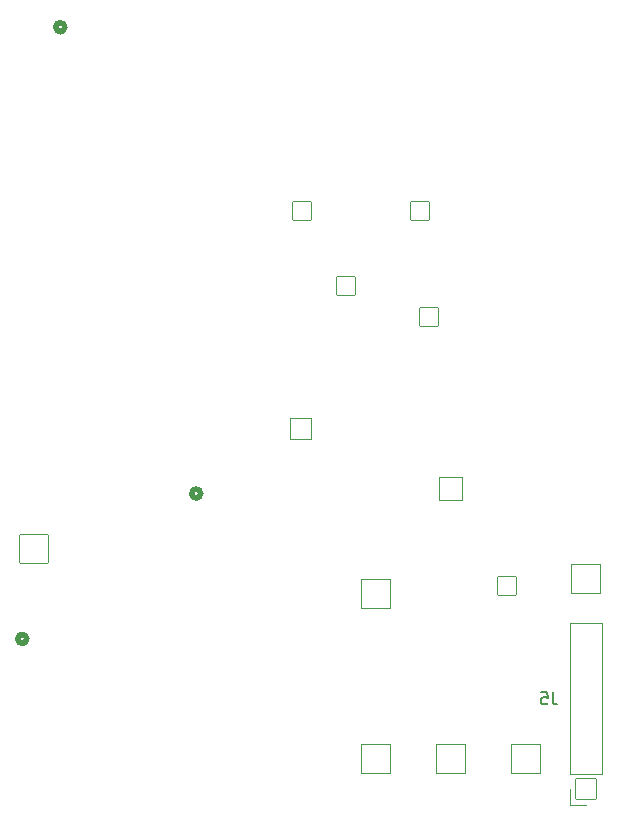
<source format=gbo>
G04 #@! TF.GenerationSoftware,KiCad,Pcbnew,8.0.3*
G04 #@! TF.CreationDate,2024-08-19T01:24:21-04:00*
G04 #@! TF.ProjectId,smoke-detector-interface,736d6f6b-652d-4646-9574-6563746f722d,rev?*
G04 #@! TF.SameCoordinates,Original*
G04 #@! TF.FileFunction,Legend,Bot*
G04 #@! TF.FilePolarity,Positive*
%FSLAX46Y46*%
G04 Gerber Fmt 4.6, Leading zero omitted, Abs format (unit mm)*
G04 Created by KiCad (PCBNEW 8.0.3) date 2024-08-19 01:24:21*
%MOMM*%
%LPD*%
G01*
G04 APERTURE LIST*
G04 Aperture macros list*
%AMRoundRect*
0 Rectangle with rounded corners*
0 $1 Rounding radius*
0 $2 $3 $4 $5 $6 $7 $8 $9 X,Y pos of 4 corners*
0 Add a 4 corners polygon primitive as box body*
4,1,4,$2,$3,$4,$5,$6,$7,$8,$9,$2,$3,0*
0 Add four circle primitives for the rounded corners*
1,1,$1+$1,$2,$3*
1,1,$1+$1,$4,$5*
1,1,$1+$1,$6,$7*
1,1,$1+$1,$8,$9*
0 Add four rect primitives between the rounded corners*
20,1,$1+$1,$2,$3,$4,$5,0*
20,1,$1+$1,$4,$5,$6,$7,0*
20,1,$1+$1,$6,$7,$8,$9,0*
20,1,$1+$1,$8,$9,$2,$3,0*%
G04 Aperture macros list end*
%ADD10C,0.150000*%
%ADD11C,0.508000*%
%ADD12C,0.120000*%
%ADD13RoundRect,0.038000X-1.250000X-1.250000X1.250000X-1.250000X1.250000X1.250000X-1.250000X1.250000X0*%
%ADD14C,3.860600*%
%ADD15C,2.076000*%
%ADD16C,1.676000*%
%ADD17C,1.727000*%
%ADD18C,3.936800*%
%ADD19RoundRect,0.038000X0.900000X0.900000X-0.900000X0.900000X-0.900000X-0.900000X0.900000X-0.900000X0*%
%ADD20C,1.876000*%
%ADD21RoundRect,0.038000X-0.900000X-0.900000X0.900000X-0.900000X0.900000X0.900000X-0.900000X0.900000X0*%
%ADD22RoundRect,0.038000X-0.800000X-0.800000X0.800000X-0.800000X0.800000X0.800000X-0.800000X0.800000X0*%
%ADD23O,1.676000X1.676000*%
%ADD24C,1.476000*%
%ADD25O,1.476000X1.476000*%
%ADD26RoundRect,0.038000X0.800000X0.800000X-0.800000X0.800000X-0.800000X-0.800000X0.800000X-0.800000X0*%
%ADD27RoundRect,0.038000X-1.200000X-1.200000X1.200000X-1.200000X1.200000X1.200000X-1.200000X1.200000X0*%
%ADD28O,2.476000X2.476000*%
%ADD29C,1.854000*%
%ADD30C,3.276000*%
%ADD31RoundRect,0.038000X-0.952500X-1.000000X0.952500X-1.000000X0.952500X1.000000X-0.952500X1.000000X0*%
%ADD32O,1.981000X2.076000*%
%ADD33C,2.362000*%
%ADD34C,2.870000*%
%ADD35C,4.648000*%
%ADD36C,0.990400*%
%ADD37RoundRect,0.038000X-0.850000X-0.850000X0.850000X-0.850000X0.850000X0.850000X-0.850000X0.850000X0*%
%ADD38O,1.776000X1.776000*%
G04 APERTURE END LIST*
D10*
X147018333Y-150584819D02*
X147018333Y-151299104D01*
X147018333Y-151299104D02*
X147065952Y-151441961D01*
X147065952Y-151441961D02*
X147161190Y-151537200D01*
X147161190Y-151537200D02*
X147304047Y-151584819D01*
X147304047Y-151584819D02*
X147399285Y-151584819D01*
X146065952Y-150584819D02*
X146542142Y-150584819D01*
X146542142Y-150584819D02*
X146589761Y-151061009D01*
X146589761Y-151061009D02*
X146542142Y-151013390D01*
X146542142Y-151013390D02*
X146446904Y-150965771D01*
X146446904Y-150965771D02*
X146208809Y-150965771D01*
X146208809Y-150965771D02*
X146113571Y-151013390D01*
X146113571Y-151013390D02*
X146065952Y-151061009D01*
X146065952Y-151061009D02*
X146018333Y-151156247D01*
X146018333Y-151156247D02*
X146018333Y-151394342D01*
X146018333Y-151394342D02*
X146065952Y-151489580D01*
X146065952Y-151489580D02*
X146113571Y-151537200D01*
X146113571Y-151537200D02*
X146208809Y-151584819D01*
X146208809Y-151584819D02*
X146446904Y-151584819D01*
X146446904Y-151584819D02*
X146542142Y-151537200D01*
X146542142Y-151537200D02*
X146589761Y-151489580D01*
D11*
X117221000Y-133743598D02*
G75*
G02*
X116459000Y-133743598I-381000J0D01*
G01*
X116459000Y-133743598D02*
G75*
G02*
X117221000Y-133743598I381000J0D01*
G01*
X102489000Y-146050000D02*
G75*
G02*
X101727000Y-146050000I-381000J0D01*
G01*
X101727000Y-146050000D02*
G75*
G02*
X102489000Y-146050000I381000J0D01*
G01*
X105711000Y-94259400D02*
G75*
G02*
X104949000Y-94259400I-381000J0D01*
G01*
X104949000Y-94259400D02*
G75*
G02*
X105711000Y-94259400I381000J0D01*
G01*
D12*
X148505000Y-144720000D02*
X148505000Y-157480000D01*
X148505000Y-160080000D02*
X148505000Y-158750000D01*
X149835000Y-160080000D02*
X148505000Y-160080000D01*
X151165000Y-144720000D02*
X148505000Y-144720000D01*
X151165000Y-144720000D02*
X151165000Y-157480000D01*
X151165000Y-157480000D02*
X148505000Y-157480000D01*
%LPC*%
D13*
X132080000Y-142240000D03*
D14*
X138430000Y-148767800D03*
D15*
X134620000Y-147040600D03*
X142240000Y-150495000D03*
D13*
X132080000Y-62865000D03*
D16*
X105490000Y-100330000D03*
X110490000Y-100330000D03*
D17*
X116840000Y-123056600D03*
X116840000Y-120316600D03*
X116840000Y-117576601D03*
X116840000Y-114836601D03*
X116840000Y-112096602D03*
X114300000Y-121686600D03*
X114300000Y-118946601D03*
X114300000Y-116206601D03*
X114300000Y-113466601D03*
D18*
X115570000Y-105081602D03*
X115570000Y-130071600D03*
D19*
X125730000Y-128270000D03*
D20*
X123190000Y-128270000D03*
D21*
X140330000Y-64770000D03*
D20*
X142870000Y-64770000D03*
D22*
X143189888Y-141605000D03*
D16*
X145189888Y-141605000D03*
X136525000Y-88265000D03*
D23*
X136525000Y-78105000D03*
D24*
X149860000Y-127635000D03*
D25*
X149860000Y-135255000D03*
D24*
X109220000Y-120015000D03*
D25*
X109220000Y-127635000D03*
D16*
X116205000Y-70485000D03*
D23*
X106045000Y-70485000D03*
D22*
X112075000Y-78105000D03*
D23*
X112075000Y-80645000D03*
X112075000Y-83185000D03*
X112075000Y-85725000D03*
X112075000Y-88265000D03*
X112075000Y-90805000D03*
X112075000Y-93345000D03*
X112075000Y-95885000D03*
X119695000Y-95885000D03*
X119695000Y-93345000D03*
X119695000Y-90805000D03*
X119695000Y-88265000D03*
X119695000Y-85725000D03*
X119695000Y-83185000D03*
X119695000Y-80645000D03*
X119695000Y-78105000D03*
D16*
X121285000Y-112395000D03*
D23*
X121285000Y-102235000D03*
D16*
X139720000Y-97155000D03*
X142220000Y-97155000D03*
X135890000Y-69215000D03*
X135890000Y-74215000D03*
D22*
X135795000Y-109855000D03*
D16*
X137795000Y-109855000D03*
D26*
X129540000Y-116205000D03*
D23*
X121920000Y-116205000D03*
D16*
X132080000Y-69850000D03*
D23*
X121920000Y-69850000D03*
D16*
X139780000Y-93980000D03*
X144780000Y-93980000D03*
D22*
X136535000Y-118795000D03*
D23*
X136535000Y-121335000D03*
X136535000Y-123875000D03*
X136535000Y-126415000D03*
X144155000Y-126415000D03*
X144155000Y-123875000D03*
X144155000Y-121335000D03*
X144155000Y-118795000D03*
D24*
X132715000Y-113665000D03*
D25*
X132715000Y-106045000D03*
D13*
X149860000Y-140970000D03*
D27*
X103070000Y-138430000D03*
D28*
X128070000Y-138430000D03*
D13*
X125730000Y-74295000D03*
D29*
X146050000Y-105410000D03*
X148590000Y-105410000D03*
X146050000Y-107950000D03*
X148590000Y-107950000D03*
X146050000Y-110490000D03*
X148590000Y-110490000D03*
D30*
X147955000Y-59055000D03*
D31*
X138430000Y-133350000D03*
D32*
X140970000Y-133350000D03*
X143510000Y-133350000D03*
D33*
X107950000Y-146050000D03*
X113030000Y-146050000D03*
X118110000Y-146050000D03*
X123190000Y-146050000D03*
D34*
X105410000Y-148590000D03*
X125730000Y-148590000D03*
D35*
X110490000Y-156210000D03*
X120650000Y-156210000D03*
D21*
X111755000Y-64770000D03*
D20*
X114295000Y-64770000D03*
D30*
X103505000Y-59055000D03*
D13*
X138430000Y-156210000D03*
X144780000Y-156210000D03*
D16*
X147280000Y-80010000D03*
X142280000Y-80010000D03*
X147955000Y-118785000D03*
X147955000Y-123785000D03*
D22*
X125095000Y-78105000D03*
D23*
X125095000Y-80645000D03*
X125095000Y-83185000D03*
X125095000Y-85725000D03*
X125095000Y-88265000D03*
X125095000Y-90805000D03*
X125095000Y-93345000D03*
X125095000Y-95885000D03*
X132715000Y-95885000D03*
X132715000Y-93345000D03*
X132715000Y-90805000D03*
X132715000Y-88265000D03*
X132715000Y-85725000D03*
X132715000Y-83185000D03*
X132715000Y-80645000D03*
X132715000Y-78105000D03*
D13*
X119380000Y-74295000D03*
D22*
X139710000Y-83195000D03*
D23*
X139710000Y-85735000D03*
X139710000Y-88275000D03*
X139710000Y-90815000D03*
X147330000Y-90815000D03*
X147330000Y-88275000D03*
X147330000Y-85735000D03*
X147330000Y-83195000D03*
D16*
X132080000Y-124460000D03*
D23*
X132080000Y-134620000D03*
D13*
X151130000Y-83185000D03*
X151130000Y-90170000D03*
X132080000Y-156210000D03*
D16*
X149860000Y-70485000D03*
D23*
X139700000Y-70485000D03*
D16*
X121920000Y-120650000D03*
D23*
X132080000Y-120650000D03*
D16*
X143470000Y-137160000D03*
X138470000Y-137160000D03*
D22*
X119380000Y-66675000D03*
D23*
X132080000Y-66675000D03*
D22*
X125770000Y-109855000D03*
D16*
X128270000Y-109855000D03*
D36*
X105330000Y-92710000D03*
X106600000Y-92710000D03*
X105330000Y-91440000D03*
X106600000Y-91440000D03*
X105330000Y-90170000D03*
X106600000Y-90170000D03*
X105330000Y-88900000D03*
X106600000Y-88900000D03*
X105330000Y-87630000D03*
X106600000Y-87630000D03*
D16*
X147280000Y-76835000D03*
X144780000Y-76835000D03*
D24*
X105410000Y-117475000D03*
D25*
X105410000Y-125095000D03*
D37*
X149835000Y-158750000D03*
D38*
X149835000Y-156210000D03*
X149835000Y-153670000D03*
X149835000Y-151130000D03*
X149835000Y-148590000D03*
X149835000Y-146050000D03*
%LPD*%
M02*

</source>
